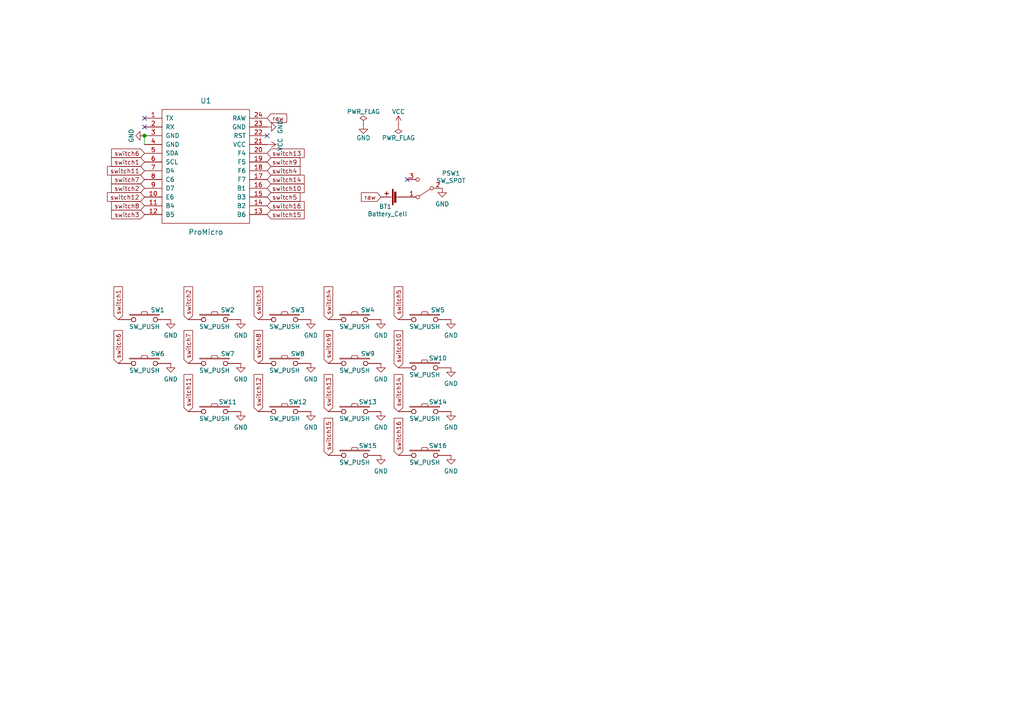
<source format=kicad_sch>
(kicad_sch (version 20211123) (generator eeschema)
  (paper "A4")
  (title_block (title "32") (date "2022-01-05") (rev "0.1") (company "<3"))
  (lib_symbols
    (symbol "Device:Battery_Cell" (pin_numbers hide) (pin_names (offset 0) hide)
      (property "Reference" "BT" (at 2.54 2.54 0))
      (property "Value" "Battery_Cell" (at 2.54 0 0))
      (symbol "Battery_Cell_0_1"
        (rectangle (start -2.286 1.778) (end 2.286 1.524) (fill (type outline)))
        (rectangle (start -1.5748 1.1938) (end 1.4732 0.6858) (fill (type outline)))
        (polyline (pts (xy 0 0.762) (xy 0 0)))
        (polyline (pts (xy 0 1.778) (xy 0 2.54)))
        (polyline (pts (xy 0.508 3.429) (xy 1.524 3.429)) (stroke (width 0.254)))
        (polyline (pts (xy 1.016 3.937) (xy 1.016 2.921)) (stroke (width 0.254)))
      )
      (symbol "Battery_Cell_1_1"
        (pin passive line (at 0 5.08 270) (length 2.54) (name "+") (number "1"))
        (pin passive line (at 0 -2.54 90) (length 2.54) (name "-") (number "2"))
      )
    )
    (symbol "Switch:SW_SPDT" (pin_names (offset 0) hide)
      (property "Reference" "SW" (at 0 4.318 0))
      (property "Value" "SW_SPDT" (at 0 -5.08 0))
      (symbol "SW_SPDT_0_0"
        (circle (center -2.032 0) (radius 0.508))
        (circle (center 2.032 -2.54) (radius 0.508))
      )
      (symbol "SW_SPDT_0_1"
        (polyline (pts (xy -1.524 0.254) (xy 1.651 2.286)))
        (circle (center 2.032 2.54) (radius 0.508))
      )
      (symbol "SW_SPDT_1_1"
        (pin passive line (at 5.08 2.54 180) (length 2.54) (name "A") (number "1"))
        (pin passive line (at -5.08 0 0) (length 2.54) (name "B") (number "2"))
        (pin passive line (at 5.08 -2.54 180) (length 2.54) (name "C") (number "3"))
      )
    )
    (symbol "bugs:ProMicro-kbd" (pin_names (offset 1.016))
      (property "Reference" "U" (at 0 24.13 0))
      (property "Value" "ProMicro-kbd" (at 0 -13.97 0))
      (symbol "ProMicro-kbd_0_1"
        (rectangle (start -12.7 21.59) (end 12.7 -11.43))
      )
      (symbol "ProMicro-kbd_1_1"
        (pin bidirectional line (at -17.78 19.05 0) (length 5.08) (name "TX") (number "1"))
        (pin bidirectional line (at -17.78 -3.81 0) (length 5.08) (name "E6") (number "10"))
        (pin bidirectional line (at -17.78 -6.35 0) (length 5.08) (name "B4") (number "11"))
        (pin bidirectional line (at -17.78 -8.89 0) (length 5.08) (name "B5") (number "12"))
        (pin bidirectional line (at 17.78 -8.89 180) (length 5.08) (name "B6") (number "13"))
        (pin bidirectional line (at 17.78 -6.35 180) (length 5.08) (name "B2") (number "14"))
        (pin bidirectional line (at 17.78 -3.81 180) (length 5.08) (name "B3") (number "15"))
        (pin bidirectional line (at 17.78 -1.27 180) (length 5.08) (name "B1") (number "16"))
        (pin bidirectional line (at 17.78 1.27 180) (length 5.08) (name "F7") (number "17"))
        (pin bidirectional line (at 17.78 3.81 180) (length 5.08) (name "F6") (number "18"))
        (pin bidirectional line (at 17.78 6.35 180) (length 5.08) (name "F5") (number "19"))
        (pin bidirectional line (at -17.78 16.51 0) (length 5.08) (name "RX") (number "2"))
        (pin bidirectional line (at 17.78 8.89 180) (length 5.08) (name "F4") (number "20"))
        (pin power_in line (at 17.78 11.43 180) (length 5.08) (name "VCC") (number "21"))
        (pin input line (at 17.78 13.97 180) (length 5.08) (name "RST") (number "22"))
        (pin power_in line (at 17.78 16.51 180) (length 5.08) (name "GND") (number "23"))
        (pin power_out line (at 17.78 19.05 180) (length 5.08) (name "RAW") (number "24"))
        (pin power_in line (at -17.78 13.97 0) (length 5.08) (name "GND") (number "3"))
        (pin power_in line (at -17.78 11.43 0) (length 5.08) (name "GND") (number "4"))
        (pin bidirectional line (at -17.78 8.89 0) (length 5.08) (name "SDA") (number "5"))
        (pin bidirectional line (at -17.78 6.35 0) (length 5.08) (name "SCL") (number "6"))
        (pin bidirectional line (at -17.78 3.81 0) (length 5.08) (name "D4") (number "7"))
        (pin bidirectional line (at -17.78 1.27 0) (length 5.08) (name "C6") (number "8"))
        (pin bidirectional line (at -17.78 -1.27 0) (length 5.08) (name "D7") (number "9"))
      )
    )
    (symbol "bugs:SW_PUSH-kbd" (pin_numbers hide) (pin_names (offset 1.016) hide)
      (property "Reference" "SW" (at 3.81 2.794 0))
      (property "Value" "SW_PUSH-kbd" (at 0 -2.032 0))
      (symbol "SW_PUSH-kbd_0_1"
        (rectangle (start -4.318 1.27) (end 4.318 1.524))
        (polyline (pts (xy -1.016 1.524) (xy -0.762 2.286) (xy 0.762 2.286) (xy 1.016 1.524)))
        (pin passive inverted (at -7.62 0 0) (length 5.08) (name "1") (number "1"))
        (pin passive inverted (at 7.62 0 180) (length 5.08) (name "2") (number "2"))
      )
    )
    (symbol "knott:SW_PUSH-kbd" (pin_numbers hide) (pin_names (offset 1.016) hide)
      (property "Reference" "SW" (at 3.81 2.794 0))
      (property "Value" "SW_PUSH-kbd" (at 0 -2.032 0))
      (symbol "SW_PUSH-kbd_0_1"
        (rectangle (start -4.318 1.27) (end 4.318 1.524))
        (polyline (pts (xy -1.016 1.524) (xy -0.762 2.286) (xy 0.762 2.286) (xy 1.016 1.524)))
        (pin passive inverted (at -7.62 0 0) (length 5.08) (name "1") (number "1"))
        (pin passive inverted (at 7.62 0 180) (length 5.08) (name "2") (number "2"))
      )
    )
    (symbol "power:GND" (power) (pin_names (offset 0))
      (property "Value" "GND" (at 0 -3.81 0))
      (symbol "GND_0_1"
        (polyline (pts (xy 0 0) (xy 0 -1.27) (xy 1.27 -1.27) (xy 0 -2.54) (xy -1.27 -1.27) (xy 0 -1.27)))
      )
      (symbol "GND_1_1"
        (pin power_in line (at 0 0 270) (length 0) hide (name "GND") (number "1"))
      )
    )
    (symbol "power:PWR_FLAG" (power) (pin_numbers hide) (pin_names (offset 0) hide)
      (property "Value" "PWR_FLAG" (at 0 3.81 0))
      (symbol "PWR_FLAG_0_0"
        (pin power_out line (at 0 0 90) (length 0) (name "pwr") (number "1"))
      )
      (symbol "PWR_FLAG_0_1"
        (polyline (pts (xy 0 0) (xy 0 1.27) (xy -1.016 1.905) (xy 0 2.54) (xy 1.016 1.905) (xy 0 1.27)))
      )
    )
    (symbol "power:VCC" (power) (pin_names (offset 0))
      (property "Value" "VCC" (at 0 3.81 0))
      (symbol "VCC_0_1"
        (polyline (pts (xy -0.762 1.27) (xy 0 2.54)))
        (polyline (pts (xy 0 0) (xy 0 2.54)))
        (polyline (pts (xy 0 2.54) (xy 0.762 1.27)))
      )
      (symbol "VCC_1_1"
        (pin power_in line (at 0 0 90) (length 0) hide (name "VCC") (number "1"))
      )
    )
  )
  (junction (at 41.91 39.37) (diameter 1.016))
  (no_connect (at 118.11 52.07))
  (no_connect (at 41.91 36.83))
  (no_connect (at 41.91 34.29))
  (no_connect (at 77.47 39.37))
  (wire (pts (xy 41.91 39.37) (xy 41.91 41.91)))
  (global_label "switch5" (shape input) (at 77.47 57.15 0) (property "Intersheet References" "${INTERSHEET_REFS}" (effects hide)))
  (global_label "switch11" (shape input) (at 54.61 119.38 90) (property "Intersheet References" "${INTERSHEET_REFS}" (effects hide)))
  (global_label "switch14" (shape input) (at 77.47 52.07 0) (property "Intersheet References" "${INTERSHEET_REFS}" (effects hide)))
  (global_label "switch11" (shape input) (at 41.91 49.53 180) (property "Intersheet References" "${INTERSHEET_REFS}" (effects hide)))
  (global_label "switch7" (shape input) (at 41.91 52.07 180) (property "Intersheet References" "${INTERSHEET_REFS}" (effects hide)))
  (global_label "switch12" (shape input) (at 74.93 119.38 90) (property "Intersheet References" "${INTERSHEET_REFS}" (effects hide)))
  (global_label "switch13" (shape input) (at 95.25 119.38 90) (property "Intersheet References" "${INTERSHEET_REFS}" (effects hide)))
  (global_label "switch7" (shape input) (at 54.61 105.41 90) (property "Intersheet References" "${INTERSHEET_REFS}" (effects hide)))
  (global_label "switch16" (shape input) (at 77.47 59.69 0) (property "Intersheet References" "${INTERSHEET_REFS}" (effects hide)))
  (global_label "raw" (shape input) (at 77.47 34.29 0) (property "Intersheet References" "${INTERSHEET_REFS}" (effects hide)))
  (global_label "switch12" (shape input) (at 41.91 57.15 180) (property "Intersheet References" "${INTERSHEET_REFS}" (effects hide)))
  (global_label "switch1" (shape input) (at 41.91 46.99 180) (property "Intersheet References" "${INTERSHEET_REFS}" (effects hide)))
  (global_label "switch8" (shape input) (at 41.91 59.69 180) (property "Intersheet References" "${INTERSHEET_REFS}" (effects hide)))
  (global_label "switch9" (shape input) (at 95.25 105.41 90) (property "Intersheet References" "${INTERSHEET_REFS}" (effects hide)))
  (global_label "switch6" (shape input) (at 41.91 44.45 180) (property "Intersheet References" "${INTERSHEET_REFS}" (effects hide)))
  (global_label "switch1" (shape input) (at 34.29 92.71 90) (property "Intersheet References" "${INTERSHEET_REFS}" (effects hide)))
  (global_label "switch14" (shape input) (at 115.57 119.38 90) (property "Intersheet References" "${INTERSHEET_REFS}" (effects hide)))
  (global_label "switch3" (shape input) (at 74.93 92.71 90) (property "Intersheet References" "${INTERSHEET_REFS}" (effects hide)))
  (global_label "raw" (shape input) (at 110.49 57.15 180) (property "Intersheet References" "${INTERSHEET_REFS}" (effects hide)))
  (global_label "switch9" (shape input) (at 77.47 46.99 0) (property "Intersheet References" "${INTERSHEET_REFS}" (effects hide)))
  (global_label "switch8" (shape input) (at 74.93 105.41 90) (property "Intersheet References" "${INTERSHEET_REFS}" (effects hide)))
  (global_label "switch5" (shape input) (at 115.57 92.71 90) (property "Intersheet References" "${INTERSHEET_REFS}" (effects hide)))
  (global_label "switch15" (shape input) (at 95.25 132.08 90) (property "Intersheet References" "${INTERSHEET_REFS}" (effects hide)))
  (global_label "switch3" (shape input) (at 41.91 62.23 180) (property "Intersheet References" "${INTERSHEET_REFS}" (effects hide)))
  (global_label "switch10" (shape input) (at 77.47 54.61 0) (property "Intersheet References" "${INTERSHEET_REFS}" (effects hide)))
  (global_label "switch13" (shape input) (at 77.47 44.45 0) (property "Intersheet References" "${INTERSHEET_REFS}" (effects hide)))
  (global_label "switch2" (shape input) (at 54.61 92.71 90) (property "Intersheet References" "${INTERSHEET_REFS}" (effects hide)))
  (global_label "switch6" (shape input) (at 34.29 105.41 90) (property "Intersheet References" "${INTERSHEET_REFS}" (effects hide)))
  (global_label "switch2" (shape input) (at 41.91 54.61 180) (property "Intersheet References" "${INTERSHEET_REFS}" (effects hide)))
  (global_label "switch16" (shape input) (at 115.57 132.08 90) (property "Intersheet References" "${INTERSHEET_REFS}" (effects hide)))
  (global_label "switch15" (shape input) (at 77.47 62.23 0) (property "Intersheet References" "${INTERSHEET_REFS}" (effects hide)))
  (global_label "switch4" (shape input) (at 95.25 92.71 90) (property "Intersheet References" "${INTERSHEET_REFS}" (effects hide)))
  (global_label "switch10" (shape input) (at 115.57 106.68 90) (property "Intersheet References" "${INTERSHEET_REFS}" (effects hide)))
  (global_label "switch4" (shape input) (at 77.47 49.53 0) (property "Intersheet References" "${INTERSHEET_REFS}" (effects hide)))
  (symbol (lib_id "bugs:ProMicro-kbd") (at 59.69 53.34 0) (unit 1)
    (property "Reference" "U1" (at 59.69 29.21 0) (effects (font (size 1.524 1.524))))
    (property "Value" "ProMicro" (at 59.69 67.31 0) (effects (font (size 1.524 1.524))))
    (property "Footprint" "jmnw:ProMicro_sing-rev" (effects hide))
  )
  (symbol (lib_id "bugs:SW_PUSH-kbd") (at 41.91 92.71 0) (unit 1)
    (property "Reference" "SW1" (at 45.72 89.916 0))
    (property "Value" "SW_PUSH" (at 41.91 94.742 0))
    (property "Footprint" "bugs:Choc_reversible" (effects hide))
  )
  (symbol (lib_id "knott:SW_PUSH-kbd") (at 62.23 92.71 0) (unit 1)
    (property "Reference" "SW2" (at 66.04 89.916 0))
    (property "Value" "SW_PUSH" (at 62.23 94.742 0))
    (property "Footprint" "bugs:Choc_reversible" (effects hide))
  )
  (symbol (lib_id "knott:SW_PUSH-kbd") (at 82.55 92.71 0) (unit 1)
    (property "Reference" "SW3" (at 86.36 89.916 0))
    (property "Value" "SW_PUSH" (at 82.55 94.742 0))
    (property "Footprint" "bugs:Choc_reversible" (effects hide))
  )
  (symbol (lib_id "knott:SW_PUSH-kbd") (at 102.87 92.71 0) (unit 1)
    (property "Reference" "SW4" (at 106.68 89.916 0))
    (property "Value" "SW_PUSH" (at 102.87 94.742 0))
    (property "Footprint" "bugs:Choc_reversible" (effects hide))
  )
  (symbol (lib_id "knott:SW_PUSH-kbd") (at 123.19 92.71 0) (unit 1)
    (property "Reference" "SW5" (at 127 89.916 0))
    (property "Value" "SW_PUSH" (at 123.19 94.742 0))
    (property "Footprint" "bugs:Choc_reversible" (effects hide))
  )
  (symbol (lib_id "knott:SW_PUSH-kbd") (at 41.91 105.41 0) (unit 1)
    (property "Reference" "SW6" (at 45.72 102.616 0))
    (property "Value" "SW_PUSH" (at 41.91 107.442 0))
    (property "Footprint" "bugs:Choc_reversible" (effects hide))
  )
  (symbol (lib_id "knott:SW_PUSH-kbd") (at 62.23 105.41 0) (unit 1)
    (property "Reference" "SW7" (at 66.04 102.616 0))
    (property "Value" "SW_PUSH" (at 62.23 107.442 0))
    (property "Footprint" "bugs:Choc_reversible" (effects hide))
  )
  (symbol (lib_id "knott:SW_PUSH-kbd") (at 82.55 105.41 0) (unit 1)
    (property "Reference" "SW8" (at 86.36 102.616 0))
    (property "Value" "SW_PUSH" (at 82.55 107.442 0))
    (property "Footprint" "bugs:Choc_reversible" (effects hide))
  )
  (symbol (lib_id "knott:SW_PUSH-kbd") (at 102.87 105.41 0) (unit 1)
    (property "Reference" "SW9" (at 106.68 102.616 0))
    (property "Value" "SW_PUSH" (at 102.87 107.442 0))
    (property "Footprint" "bugs:Choc_reversible" (effects hide))
  )
  (symbol (lib_id "knott:SW_PUSH-kbd") (at 123.19 106.68 0) (unit 1)
    (property "Reference" "SW10" (at 127 103.886 0))
    (property "Value" "SW_PUSH" (at 123.19 108.712 0))
    (property "Footprint" "bugs:Choc_reversible" (effects hide))
  )
  (symbol (lib_id "knott:SW_PUSH-kbd") (at 62.23 119.38 0) (unit 1)
    (property "Reference" "SW11" (at 66.04 116.586 0))
    (property "Value" "SW_PUSH" (at 62.23 121.412 0))
    (property "Footprint" "bugs:Choc_reversible" (effects hide))
  )
  (symbol (lib_id "knott:SW_PUSH-kbd") (at 82.55 119.38 0) (unit 1)
    (property "Reference" "SW12" (at 86.36 116.586 0))
    (property "Value" "SW_PUSH" (at 82.55 121.412 0))
    (property "Footprint" "bugs:Choc_reversible" (effects hide))
  )
  (symbol (lib_id "knott:SW_PUSH-kbd") (at 102.87 119.38 0) (unit 1)
    (property "Reference" "SW13" (at 106.68 116.586 0))
    (property "Value" "SW_PUSH" (at 102.87 121.412 0))
    (property "Footprint" "bugs:Choc_reversible" (effects hide))
  )
  (symbol (lib_id "knott:SW_PUSH-kbd") (at 123.19 119.38 0) (unit 1)
    (property "Reference" "SW14" (at 127 116.586 0))
    (property "Value" "SW_PUSH" (at 123.19 121.412 0))
    (property "Footprint" "bugs:Choc_reversible" (effects hide))
  )
  (symbol (lib_id "power:GND") (at 77.47 36.83 90) (unit 1)
    (property "Reference" "#PWR01" (effects hide))
    (property "Value" "GND" (at 81.28 36.83 0))
  )
  (symbol (lib_id "power:VCC") (at 77.47 41.91 270) (unit 1)
    (property "Reference" "#PWR023" (effects hide))
    (property "Value" "VCC" (at 81.28 41.91 0))
  )
  (symbol (lib_id "power:GND") (at 41.91 39.37 270) (unit 1)
    (property "Reference" "#PWR02" (effects hide))
    (property "Value" "GND" (at 38.1 39.37 0))
  )
  (symbol (lib_id "power:GND") (at 105.41 36.195 0) (unit 1)
    (property "Reference" "#PWR03" (effects hide))
    (property "Value" "GND" (at 105.41 40.005 0))
  )
  (symbol (lib_id "power:VCC") (at 115.57 36.195 0) (unit 1)
    (property "Reference" "#PWR04" (effects hide))
    (property "Value" "VCC" (at 115.57 32.385 0))
  )
  (symbol (lib_id "power:PWR_FLAG") (at 115.57 36.195 180) (unit 1)
    (property "Reference" "#FLG05" (effects hide))
    (property "Value" "PWR_FLAG" (at 115.57 40.005 0))
  )
  (symbol (lib_id "power:PWR_FLAG") (at 105.41 36.195 0) (unit 1)
    (property "Reference" "#FLG06" (effects hide))
    (property "Value" "PWR_FLAG" (at 105.41 32.385 0))
  )
  (symbol (lib_id "Switch:SW_SPDT") (at 123.19 54.61 180) (unit 1)
    (property "Reference" "PSW1" (at 130.81 50.2624 0))
    (property "Value" "SW_SPDT" (at 130.81 52.4025 0))
    (property "Footprint" "bugs:Power_reversible" (effects hide))
  )
  (symbol (lib_id "power:GND") (at 130.81 119.38 0) (unit 1)
    (property "Reference" "#PWR0112" (effects hide))
    (property "Value" "GND" (at 130.81 123.9426 0))
  )
  (symbol (lib_id "power:GND") (at 69.85 105.41 0) (unit 1)
    (property "Reference" "#PWR0103" (effects hide))
    (property "Value" "GND" (at 69.85 109.9726 0))
  )
  (symbol (lib_id "power:GND") (at 110.49 119.38 0) (unit 1)
    (property "Reference" "#PWR0115" (effects hide))
    (property "Value" "GND" (at 110.49 123.9426 0))
  )
  (symbol (lib_id "power:GND") (at 130.81 132.08 0) (unit 1)
    (property "Reference" "#PWR0106" (effects hide))
    (property "Value" "GND" (at 130.81 136.6426 0))
  )
  (symbol (lib_id "knott:SW_PUSH-kbd") (at 123.19 132.08 0) (unit 1)
    (property "Reference" "SW16" (at 127 129.286 0))
    (property "Value" "SW_PUSH" (at 123.19 134.112 0))
    (property "Footprint" "bugs:Choc_reversible" (effects hide))
  )
  (symbol (lib_id "power:GND") (at 90.17 105.41 0) (unit 1)
    (property "Reference" "#PWR0117" (effects hide))
    (property "Value" "GND" (at 90.17 109.9726 0))
  )
  (symbol (lib_id "power:GND") (at 49.53 92.71 0) (unit 1)
    (property "Reference" "#PWR0105" (effects hide))
    (property "Value" "GND" (at 49.53 97.2726 0))
  )
  (symbol (lib_id "power:GND") (at 90.17 119.38 0) (unit 1)
    (property "Reference" "#PWR0116" (effects hide))
    (property "Value" "GND" (at 90.17 123.9426 0))
  )
  (symbol (lib_id "power:GND") (at 128.27 54.61 0) (unit 1)
    (property "Reference" "#PWR0101" (effects hide))
    (property "Value" "GND" (at 128.27 59.1726 0))
  )
  (symbol (lib_id "power:GND") (at 49.53 105.41 0) (unit 1)
    (property "Reference" "#PWR0107" (effects hide))
    (property "Value" "GND" (at 49.53 109.9726 0))
  )
  (symbol (lib_id "power:GND") (at 110.49 105.41 0) (unit 1)
    (property "Reference" "#PWR0109" (effects hide))
    (property "Value" "GND" (at 110.49 109.9726 0))
  )
  (symbol (lib_id "power:GND") (at 69.85 119.38 0) (unit 1)
    (property "Reference" "#PWR0102" (effects hide))
    (property "Value" "GND" (at 69.85 123.9426 0))
  )
  (symbol (lib_id "knott:SW_PUSH-kbd") (at 102.87 132.08 0) (unit 1)
    (property "Reference" "SW15" (at 106.68 129.286 0))
    (property "Value" "SW_PUSH" (at 102.87 134.112 0))
    (property "Footprint" "bugs:Choc_reversible" (effects hide))
  )
  (symbol (lib_id "power:GND") (at 69.85 92.71 0) (unit 1)
    (property "Reference" "#PWR0104" (effects hide))
    (property "Value" "GND" (at 69.85 97.2726 0))
  )
  (symbol (lib_id "power:GND") (at 110.49 132.08 0) (unit 1)
    (property "Reference" "#PWR0118" (effects hide))
    (property "Value" "GND" (at 110.49 136.6426 0))
  )
  (symbol (lib_id "power:GND") (at 110.49 92.71 0) (unit 1)
    (property "Reference" "#PWR0108" (effects hide))
    (property "Value" "GND" (at 110.49 97.2726 0))
  )
  (symbol (lib_id "Device:Battery_Cell") (at 115.57 57.15 90) (unit 1)
    (property "Reference" "BT1" (at 111.76 59.9144 90))
    (property "Value" "Battery_Cell" (at 112.395 62.0545 90))
    (property "Footprint" "bugs:Battery_pads_reversible" (effects hide))
  )
  (symbol (lib_id "power:GND") (at 130.81 92.71 0) (unit 1)
    (property "Reference" "#PWR0110" (effects hide))
    (property "Value" "GND" (at 130.81 97.2726 0))
  )
  (symbol (lib_id "power:GND") (at 90.17 92.71 0) (unit 1)
    (property "Reference" "#PWR0114" (effects hide))
    (property "Value" "GND" (at 90.17 97.2726 0))
  )
  (symbol (lib_id "power:GND") (at 130.81 106.68 0) (unit 1)
    (property "Reference" "#PWR0111" (effects hide))
    (property "Value" "GND" (at 130.81 111.2426 0))
  )
)
</source>
